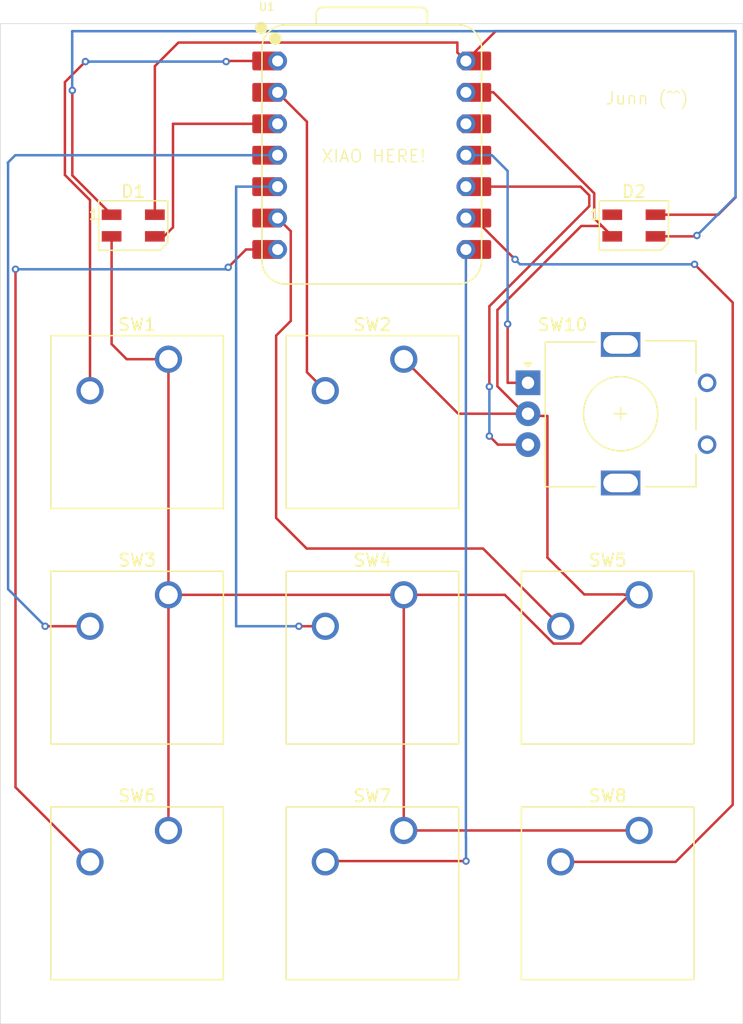
<source format=kicad_pcb>
(kicad_pcb (version 20241229) (generator "pcbnew") (generator_version "9.0")
  (title_block (title "Jun's Macropad") (date "2025-12-24") (company "Jun"))
  (layers (0 "F.Cu" signal) (2 "B.Cu" signal) (13 "F.Paste" user) (15 "B.Paste" user) (5 "F.SilkS" user "F.Silkscreen") (7 "B.SilkS" user "B.Silkscreen") (1 "F.Mask" user) (3 "B.Mask" user) (25 "Edge.Cuts" user))
  (net 0 "")
  (net 1 "Net-(D1-VSS)")
  (net 2 "Net-(D1-DOUT)")
  (net 3 "Net-(D1-DIN)")
  (net 4 "+5V")
  (net 6 "Net-(U1-GPIO27{slash}ADC1{slash}A1)")
  (net 7 "Net-(U1-GPIO26{slash}ADC0{slash}A0)")
  (net 8 "Net-(U1-GPIO29{slash}ADC3{slash}A3)")
  (net 9 "Net-(U1-GPIO6{slash}SDA)")
  (net 10 "Net-(U1-GPIO7{slash}SCL)")
  (net 11 "Net-(U1-GPIO0{slash}TX)")
  (net 12 "Net-(U1-GPIO1{slash}RX)")
  (net 13 "Net-(U1-GPIO2{slash}SCK)")
  (net 14 "Net-(U1-GPIO3{slash}MOSI)")
  (net 15 "Net-(U1-GPIO4{slash}MISO)")
  (footprint "Button_Switch_Keyboard:SW_Cherry_MX_1.00u_PCB" (layer "F.Cu") (at 127.35 85.29)
    (property "Reference" "SW1" (at -2.54 -2.794 0) (layer "F.SilkS"))
    (property "Value" "SW_Push")
    (fp_line (start -9.525 -1.905) (end 4.445 -1.905) (stroke (width 0.12)) (layer "F.SilkS"))
    (fp_line (start -9.525 12.065) (end -9.525 -1.905) (stroke (width 0.12)) (layer "F.SilkS"))
    (fp_line (start 4.445 -1.905) (end 4.445 12.065) (stroke (width 0.12)) (layer "F.SilkS"))
    (fp_line (start 4.445 12.065) (end -9.525 12.065) (stroke (width 0.12)) (layer "F.SilkS"))
    (pad "" np_thru_hole circle (at -7.62 5.08) (size 1.7 1.7) (drill 1.7) (layers "*.Cu" "*.Mask"))
    (pad "" np_thru_hole circle (at -2.54 5.08) (size 4 4) (drill 4) (layers "*.Cu" "*.Mask"))
    (pad "" np_thru_hole circle (at 2.54 5.08) (size 1.7 1.7) (drill 1.7) (layers "*.Cu" "*.Mask"))
    (pad "1" thru_hole circle (at 0 0) (size 2.2 2.2) (drill 1.5) (layers "*.Cu" "*.Mask") (net 1 "Net-(D1-VSS)"))
    (pad "2" thru_hole circle (at -6.35 2.54) (size 2.2 2.2) (drill 1.5) (layers "*.Cu" "*.Mask") (net 7 "Net-(U1-GPIO26{slash}ADC0{slash}A0)"))
  )
  (footprint "XIAO_Series_Library:XIAO-RP2040-DIP" (layer "F.Cu") (at 143.80875 68.7975)
    (property "Reference" "U1" (at -8.5 -12 0) (layer "F.SilkS") (effects (font (size 0.635 0.635) (thickness 0.1016))))
    (property "Value" "XIAO-RP2040-DIP")
    (fp_line (start -8.89 8.509) (end -8.89 -8.636) (stroke (width 0.127)) (layer "F.SilkS"))
    (fp_line (start -6.985 10.414) (end 6.985 10.414) (stroke (width 0.127)) (layer "F.SilkS"))
    (fp_line (start -4.495 -10.541) (end -4.491272 -11.451272) (stroke (width 0.127)) (layer "F.SilkS"))
    (fp_line (start -3.991272 -11.951) (end 4.004 -11.951) (stroke (width 0.127)) (layer "F.SilkS"))
    (fp_line (start 4.504 -11.451) (end 4.504 -10.541) (stroke (width 0.127)) (layer "F.SilkS"))
    (fp_line (start 6.985 -10.541) (end -6.985 -10.541) (stroke (width 0.1)) (layer "F.SilkS"))
    (fp_line (start 6.985 -10.541) (end -6.985 -10.541) (stroke (width 0.127)) (layer "F.SilkS"))
    (fp_line (start 8.89 8.509) (end 8.89 -8.636) (stroke (width 0.127)) (layer "F.SilkS"))
    (fp_arc (start -8.89 -8.636) (mid -8.332038 -9.983038) (end -6.985 -10.541) (stroke (width 0.127)) (layer "F.SilkS"))
    (fp_arc (start -6.985 10.414) (mid -8.332038 9.856038) (end -8.89 8.509) (stroke (width 0.127)) (layer "F.SilkS"))
    (fp_arc (start -4.491272 -11.451272) (mid -4.344728 -11.80464) (end -3.991272 -11.951) (stroke (width 0.127)) (layer "F.SilkS"))
    (fp_arc (start 4.004 -11.951) (mid 4.357553 -11.804553) (end 4.504 -11.451) (stroke (width 0.127)) (layer "F.SilkS"))
    (fp_arc (start 6.985 -10.541) (mid 8.332038 -9.983038) (end 8.89 -8.636) (stroke (width 0.127)) (layer "F.SilkS"))
    (fp_arc (start 8.89 8.509) (mid 8.332038 9.856038) (end 6.985 10.414) (stroke (width 0.127)) (layer "F.SilkS"))
    (fp_circle (center -8.95 -10.3) (end -8.95 -10.554) (stroke (width 0.5)) (fill yes) (layer "F.SilkS"))
    (fp_circle (center -7.807 -9.42) (end -7.807 -9.674) (stroke (width 0.5)) (fill yes) (layer "F.SilkS"))
    (pad "1" smd roundrect (at -8.455 -7.62 180) (size 2.432 1.524) (layers "F.Cu" "F.Mask") (roundrect_rratio 0.1) (net 7 "Net-(U1-GPIO26{slash}ADC0{slash}A0)"))
    (pad "1" thru_hole circle (at -7.62 -7.62 180) (size 1.524 1.524) (drill 0.889) (layers "*.Cu" "*.Mask") (net 7 "Net-(U1-GPIO26{slash}ADC0{slash}A0)"))
    (pad "2" smd roundrect (at -8.455 -5.08 180) (size 2.432 1.524) (layers "F.Cu" "F.Mask") (roundrect_rratio 0.1) (net 6 "Net-(U1-GPIO27{slash}ADC1{slash}A1)"))
    (pad "2" thru_hole circle (at -7.62 -5.08 180) (size 1.524 1.524) (drill 0.889) (layers "*.Cu" "*.Mask") (net 6 "Net-(U1-GPIO27{slash}ADC1{slash}A1)"))
    (pad "3" smd roundrect (at -8.455 -2.54 180) (size 2.432 1.524) (layers "F.Cu" "F.Mask") (roundrect_rratio 0.1) (net 3 "Net-(D1-DIN)"))
    (pad "3" thru_hole circle (at -7.62 -2.54 180) (size 1.524 1.524) (drill 0.889) (layers "*.Cu" "*.Mask") (net 3 "Net-(D1-DIN)"))
    (pad "4" smd roundrect (at -8.455 0 180) (size 2.432 1.524) (layers "F.Cu" "F.Mask") (roundrect_rratio 0.1) (net 8 "Net-(U1-GPIO29{slash}ADC3{slash}A3)"))
    (pad "4" thru_hole circle (at -7.62 0 180) (size 1.524 1.524) (drill 0.889) (layers "*.Cu" "*.Mask") (net 8 "Net-(U1-GPIO29{slash}ADC3{slash}A3)"))
    (pad "5" smd roundrect (at -8.455 2.54 180) (size 2.432 1.524) (layers "F.Cu" "F.Mask") (roundrect_rratio 0.1) (net 9 "Net-(U1-GPIO6{slash}SDA)"))
    (pad "5" thru_hole circle (at -7.62 2.54 180) (size 1.524 1.524) (drill 0.889) (layers "*.Cu" "*.Mask") (net 9 "Net-(U1-GPIO6{slash}SDA)"))
    (pad "6" smd roundrect (at -8.455 5.08 180) (size 2.432 1.524) (layers "F.Cu" "F.Mask") (roundrect_rratio 0.1) (net 10 "Net-(U1-GPIO7{slash}SCL)"))
    (pad "6" thru_hole circle (at -7.62 5.08 180) (size 1.524 1.524) (drill 0.889) (layers "*.Cu" "*.Mask") (net 10 "Net-(U1-GPIO7{slash}SCL)"))
    (pad "7" smd roundrect (at -8.455 7.62 180) (size 2.432 1.524) (layers "F.Cu" "F.Mask") (roundrect_rratio 0.1) (net 11 "Net-(U1-GPIO0{slash}TX)"))
    (pad "7" thru_hole circle (at -7.62 7.62 180) (size 1.524 1.524) (drill 0.889) (layers "*.Cu" "*.Mask") (net 11 "Net-(U1-GPIO0{slash}TX)"))
    (pad "8" thru_hole circle (at 7.62 7.62) (size 1.524 1.524) (drill 0.889) (layers "*.Cu" "*.Mask") (net 12 "Net-(U1-GPIO1{slash}RX)"))
    (pad "8" smd roundrect (at 8.455 7.62) (size 2.432 1.524) (layers "F.Cu" "F.Mask") (roundrect_rratio 0.1) (net 12 "Net-(U1-GPIO1{slash}RX)"))
    (pad "9" thru_hole circle (at 7.62 5.08) (size 1.524 1.524) (drill 0.889) (layers "*.Cu" "*.Mask") (net 13 "Net-(U1-GPIO2{slash}SCK)"))
    (pad "9" smd roundrect (at 8.455 5.08) (size 2.432 1.524) (layers "F.Cu" "F.Mask") (roundrect_rratio 0.1) (net 13 "Net-(U1-GPIO2{slash}SCK)"))
    (pad "10" thru_hole circle (at 7.62 2.54) (size 1.524 1.524) (drill 0.889) (layers "*.Cu" "*.Mask") (net 15 "Net-(U1-GPIO4{slash}MISO)"))
    (pad "10" smd roundrect (at 8.455 2.54) (size 2.432 1.524) (layers "F.Cu" "F.Mask") (roundrect_rratio 0.1) (net 15 "Net-(U1-GPIO4{slash}MISO)"))
    (pad "11" thru_hole circle (at 7.62 0) (size 1.524 1.524) (drill 0.889) (layers "*.Cu" "*.Mask") (net 14 "Net-(U1-GPIO3{slash}MOSI)"))
    (pad "11" smd roundrect (at 8.455 0) (size 2.432 1.524) (layers "F.Cu" "F.Mask") (roundrect_rratio 0.1) (net 14 "Net-(U1-GPIO3{slash}MOSI)"))
    (pad "12" thru_hole circle (at 7.62 -2.54) (size 1.524 1.524) (drill 0.889) (layers "*.Cu" "*.Mask"))
    (pad "12" smd roundrect (at 8.455 -2.54) (size 2.432 1.524) (layers "F.Cu" "F.Mask") (roundrect_rratio 0.1))
    (pad "13" thru_hole circle (at 7.62 -5.08) (size 1.524 1.524) (drill 0.889) (layers "*.Cu" "*.Mask") (net 1 "Net-(D1-VSS)"))
    (pad "13" smd roundrect (at 8.455 -5.08) (size 2.432 1.524) (layers "F.Cu" "F.Mask") (roundrect_rratio 0.1) (net 1 "Net-(D1-VSS)"))
    (pad "14" thru_hole circle (at 7.62 -7.62) (size 1.524 1.524) (drill 0.889) (layers "*.Cu" "*.Mask") (net 4 "+5V"))
    (pad "14" smd roundrect (at 8.455 -7.62) (size 2.432 1.524) (layers "F.Cu" "F.Mask") (roundrect_rratio 0.1) (net 4 "+5V"))
  )
  (footprint "Rotary_Encoder:RotaryEncoder_Alps_EC11E_Vertical_H20mm" (layer "F.Cu") (at 156.45375 87.1975)
    (property "Reference" "SW10" (at 2.8 -4.7 0) (layer "F.SilkS"))
    (property "Value" "RotaryEncoder")
    (fp_line (start -0.3 -1.6) (end 0.3 -1.6) (stroke (width 0.12)) (layer "F.SilkS"))
    (fp_line (start 0 -1.3) (end -0.3 -1.6) (stroke (width 0.12)) (layer "F.SilkS"))
    (fp_line (start 0.3 -1.6) (end 0 -1.3) (stroke (width 0.12)) (layer "F.SilkS"))
    (fp_line (start 1.4 -3.3) (end 1.4 8.4) (stroke (width 0.12)) (layer "F.SilkS"))
    (fp_line (start 5.5 -3.3) (end 1.4 -3.3) (stroke (width 0.12)) (layer "F.SilkS"))
    (fp_line (start 5.5 8.4) (end 1.4 8.4) (stroke (width 0.12)) (layer "F.SilkS"))
    (fp_line (start 7 2.5) (end 8 2.5) (stroke (width 0.12)) (layer "F.SilkS"))
    (fp_line (start 7.5 2) (end 7.5 3) (stroke (width 0.12)) (layer "F.SilkS"))
    (fp_line (start 9.5 -3.4) (end 13.6 -3.4) (stroke (width 0.12)) (layer "F.SilkS"))
    (fp_line (start 13.6 -3.4) (end 13.6 -0.8) (stroke (width 0.12)) (layer "F.SilkS"))
    (fp_line (start 13.6 1.2) (end 13.6 3.8) (stroke (width 0.12)) (layer "F.SilkS"))
    (fp_line (start 13.6 5.8) (end 13.6 8.4) (stroke (width 0.12)) (layer "F.SilkS"))
    (fp_line (start 13.6 8.4) (end 9.5 8.4) (stroke (width 0.12)) (layer "F.SilkS"))
    (fp_circle (center 7.5 2.5) (end 10.5 2.5) (stroke (width 0.12)) (fill no) (layer "F.SilkS"))
    (pad "" thru_hole circle (at 14.5 0) (size 1.5 1.5) (drill 1) (layers "*.Cu" "*.Mask"))
    (pad "" thru_hole circle (at 14.5 5) (size 1.5 1.5) (drill 1) (layers "*.Cu" "*.Mask"))
    (pad "A" thru_hole rect (at 0 0) (size 2 2) (drill 1) (layers "*.Cu" "*.Mask") (net 14 "Net-(U1-GPIO3{slash}MOSI)"))
    (pad "B" thru_hole circle (at 0 5) (size 2 2) (drill 1) (layers "*.Cu" "*.Mask") (net 15 "Net-(U1-GPIO4{slash}MISO)"))
    (pad "C" thru_hole circle (at 0 2.5) (size 2 2) (drill 1) (layers "*.Cu" "*.Mask") (net 1 "Net-(D1-VSS)"))
    (pad "MP" thru_hole rect (at 7.5 -3.1) (size 3.2 2) (drill oval 2.8 1.5) (layers "*.Cu" "*.Mask"))
    (pad "MP" thru_hole rect (at 7.5 8.1) (size 3.2 2) (drill oval 2.8 1.5) (layers "*.Cu" "*.Mask"))
  )
  (footprint "LED_SMD:LED_SK6812MINI_PLCC4_3.5x3.5mm_P1.75mm" (layer "F.Cu") (at 124.49875 74.4825)
    (property "Reference" "D1" (at 0 -2.75 0) (layer "F.SilkS"))
    (property "Value" "SK6812MINI")
    (fp_line (start -2.8 -2) (end -2.8 2) (stroke (width 0.12)) (layer "F.SilkS"))
    (fp_line (start -2.8 -2) (end 2.8 -2) (stroke (width 0.12)) (layer "F.SilkS"))
    (fp_line (start -2.8 2) (end 2.2 2) (stroke (width 0.12)) (layer "F.SilkS"))
    (fp_line (start 2.8 1.4) (end 2.2 2) (stroke (width 0.12)) (layer "F.SilkS"))
    (fp_line (start 2.8 1.4) (end 2.8 -2) (stroke (width 0.12)) (layer "F.SilkS"))
    (fp_text user "1" (at -3.2 -0.875 0) (layer "F.SilkS") (effects (font (size 0.8 0.8))))
    (pad "1" smd rect (at -1.75 -0.875) (size 1.6 0.85) (layers "F.Cu" "F.Mask" "F.Paste") (net 2 "Net-(D1-DOUT)"))
    (pad "2" smd rect (at -1.75 0.875) (size 1.6 0.85) (layers "F.Cu" "F.Mask" "F.Paste") (net 1 "Net-(D1-VSS)"))
    (pad "3" smd rect (at 1.75 0.875) (size 1.6 0.85) (layers "F.Cu" "F.Mask" "F.Paste") (net 3 "Net-(D1-DIN)"))
    (pad "4" smd rect (at 1.75 -0.875) (size 1.6 0.85) (layers "F.Cu" "F.Mask" "F.Paste") (net 4 "+5V"))
  )
  (footprint "Button_Switch_Keyboard:SW_Cherry_MX_1.00u_PCB" (layer "F.Cu") (at 146.4 104.34)
    (property "Reference" "SW4" (at -2.54 -2.794 0) (layer "F.SilkS"))
    (property "Value" "SW_Push")
    (fp_line (start -9.525 -1.905) (end 4.445 -1.905) (stroke (width 0.12)) (layer "F.SilkS"))
    (fp_line (start -9.525 12.065) (end -9.525 -1.905) (stroke (width 0.12)) (layer "F.SilkS"))
    (fp_line (start 4.445 -1.905) (end 4.445 12.065) (stroke (width 0.12)) (layer "F.SilkS"))
    (fp_line (start 4.445 12.065) (end -9.525 12.065) (stroke (width 0.12)) (layer "F.SilkS"))
    (pad "" np_thru_hole circle (at -7.62 5.08) (size 1.7 1.7) (drill 1.7) (layers "*.Cu" "*.Mask"))
    (pad "" np_thru_hole circle (at -2.54 5.08) (size 4 4) (drill 4) (layers "*.Cu" "*.Mask"))
    (pad "" np_thru_hole circle (at 2.54 5.08) (size 1.7 1.7) (drill 1.7) (layers "*.Cu" "*.Mask"))
    (pad "1" thru_hole circle (at 0 0) (size 2.2 2.2) (drill 1.5) (layers "*.Cu" "*.Mask") (net 1 "Net-(D1-VSS)"))
    (pad "2" thru_hole circle (at -6.35 2.54) (size 2.2 2.2) (drill 1.5) (layers "*.Cu" "*.Mask") (net 9 "Net-(U1-GPIO6{slash}SDA)"))
  )
  (footprint "LED_SMD:LED_SK6812MINI_PLCC4_3.5x3.5mm_P1.75mm" (layer "F.Cu") (at 165.02875 74.4825)
    (property "Reference" "D2" (at 0 -2.75 0) (layer "F.SilkS"))
    (property "Value" "SK6812MINI")
    (fp_line (start -2.8 -2) (end -2.8 2) (stroke (width 0.12)) (layer "F.SilkS"))
    (fp_line (start -2.8 -2) (end 2.8 -2) (stroke (width 0.12)) (layer "F.SilkS"))
    (fp_line (start -2.8 2) (end 2.2 2) (stroke (width 0.12)) (layer "F.SilkS"))
    (fp_line (start 2.8 1.4) (end 2.2 2) (stroke (width 0.12)) (layer "F.SilkS"))
    (fp_line (start 2.8 1.4) (end 2.8 -2) (stroke (width 0.12)) (layer "F.SilkS"))
    (fp_text user "1" (at -3.2 -0.875 0) (layer "F.SilkS") (effects (font (size 0.8 0.8))))
    (pad "1" smd rect (at -1.75 -0.875) (size 1.6 0.85) (layers "F.Cu" "F.Mask" "F.Paste"))
    (pad "2" smd rect (at -1.75 0.875) (size 1.6 0.85) (layers "F.Cu" "F.Mask" "F.Paste") (net 1 "Net-(D1-VSS)"))
    (pad "3" smd rect (at 1.75 0.875) (size 1.6 0.85) (layers "F.Cu" "F.Mask" "F.Paste") (net 2 "Net-(D1-DOUT)"))
    (pad "4" smd rect (at 1.75 -0.875) (size 1.6 0.85) (layers "F.Cu" "F.Mask" "F.Paste") (net 4 "+5V"))
  )
  (footprint "Button_Switch_Keyboard:SW_Cherry_MX_1.00u_PCB" (layer "F.Cu") (at 146.4 123.39)
    (property "Reference" "SW7" (at -2.54 -2.794 0) (layer "F.SilkS"))
    (property "Value" "SW_Push")
    (fp_line (start -9.525 -1.905) (end 4.445 -1.905) (stroke (width 0.12)) (layer "F.SilkS"))
    (fp_line (start -9.525 12.065) (end -9.525 -1.905) (stroke (width 0.12)) (layer "F.SilkS"))
    (fp_line (start 4.445 -1.905) (end 4.445 12.065) (stroke (width 0.12)) (layer "F.SilkS"))
    (fp_line (start 4.445 12.065) (end -9.525 12.065) (stroke (width 0.12)) (layer "F.SilkS"))
    (pad "" np_thru_hole circle (at -7.62 5.08) (size 1.7 1.7) (drill 1.7) (layers "*.Cu" "*.Mask"))
    (pad "" np_thru_hole circle (at -2.54 5.08) (size 4 4) (drill 4) (layers "*.Cu" "*.Mask"))
    (pad "" np_thru_hole circle (at 2.54 5.08) (size 1.7 1.7) (drill 1.7) (layers "*.Cu" "*.Mask"))
    (pad "1" thru_hole circle (at 0 0) (size 2.2 2.2) (drill 1.5) (layers "*.Cu" "*.Mask") (net 1 "Net-(D1-VSS)"))
    (pad "2" thru_hole circle (at -6.35 2.54) (size 2.2 2.2) (drill 1.5) (layers "*.Cu" "*.Mask") (net 12 "Net-(U1-GPIO1{slash}RX)"))
  )
  (footprint "Button_Switch_Keyboard:SW_Cherry_MX_1.00u_PCB" (layer "F.Cu") (at 127.35 123.39)
    (property "Reference" "SW6" (at -2.54 -2.794 0) (layer "F.SilkS"))
    (property "Value" "SW_Push")
    (fp_line (start -9.525 -1.905) (end 4.445 -1.905) (stroke (width 0.12)) (layer "F.SilkS"))
    (fp_line (start -9.525 12.065) (end -9.525 -1.905) (stroke (width 0.12)) (layer "F.SilkS"))
    (fp_line (start 4.445 -1.905) (end 4.445 12.065) (stroke (width 0.12)) (layer "F.SilkS"))
    (fp_line (start 4.445 12.065) (end -9.525 12.065) (stroke (width 0.12)) (layer "F.SilkS"))
    (pad "" np_thru_hole circle (at -7.62 5.08) (size 1.7 1.7) (drill 1.7) (layers "*.Cu" "*.Mask"))
    (pad "" np_thru_hole circle (at -2.54 5.08) (size 4 4) (drill 4) (layers "*.Cu" "*.Mask"))
    (pad "" np_thru_hole circle (at 2.54 5.08) (size 1.7 1.7) (drill 1.7) (layers "*.Cu" "*.Mask"))
    (pad "1" thru_hole circle (at 0 0) (size 2.2 2.2) (drill 1.5) (layers "*.Cu" "*.Mask") (net 1 "Net-(D1-VSS)"))
    (pad "2" thru_hole circle (at -6.35 2.54) (size 2.2 2.2) (drill 1.5) (layers "*.Cu" "*.Mask") (net 11 "Net-(U1-GPIO0{slash}TX)"))
  )
  (footprint "Button_Switch_Keyboard:SW_Cherry_MX_1.00u_PCB" (layer "F.Cu") (at 146.4 85.29)
    (property "Reference" "SW2" (at -2.54 -2.794 0) (layer "F.SilkS"))
    (property "Value" "SW_Push")
    (fp_line (start -9.525 -1.905) (end 4.445 -1.905) (stroke (width 0.12)) (layer "F.SilkS"))
    (fp_line (start -9.525 12.065) (end -9.525 -1.905) (stroke (width 0.12)) (layer "F.SilkS"))
    (fp_line (start 4.445 -1.905) (end 4.445 12.065) (stroke (width 0.12)) (layer "F.SilkS"))
    (fp_line (start 4.445 12.065) (end -9.525 12.065) (stroke (width 0.12)) (layer "F.SilkS"))
    (pad "" np_thru_hole circle (at -7.62 5.08) (size 1.7 1.7) (drill 1.7) (layers "*.Cu" "*.Mask"))
    (pad "" np_thru_hole circle (at -2.54 5.08) (size 4 4) (drill 4) (layers "*.Cu" "*.Mask"))
    (pad "" np_thru_hole circle (at 2.54 5.08) (size 1.7 1.7) (drill 1.7) (layers "*.Cu" "*.Mask"))
    (pad "1" thru_hole circle (at 0 0) (size 2.2 2.2) (drill 1.5) (layers "*.Cu" "*.Mask") (net 1 "Net-(D1-VSS)"))
    (pad "2" thru_hole circle (at -6.35 2.54) (size 2.2 2.2) (drill 1.5) (layers "*.Cu" "*.Mask") (net 6 "Net-(U1-GPIO27{slash}ADC1{slash}A1)"))
  )
  (footprint "Button_Switch_Keyboard:SW_Cherry_MX_1.00u_PCB" (layer "F.Cu") (at 165.45 123.39)
    (property "Reference" "SW8" (at -2.54 -2.794 0) (layer "F.SilkS"))
    (property "Value" "SW_Push")
    (fp_line (start -9.525 -1.905) (end 4.445 -1.905) (stroke (width 0.12)) (layer "F.SilkS"))
    (fp_line (start -9.525 12.065) (end -9.525 -1.905) (stroke (width 0.12)) (layer "F.SilkS"))
    (fp_line (start 4.445 -1.905) (end 4.445 12.065) (stroke (width 0.12)) (layer "F.SilkS"))
    (fp_line (start 4.445 12.065) (end -9.525 12.065) (stroke (width 0.12)) (layer "F.SilkS"))
    (pad "" np_thru_hole circle (at -7.62 5.08) (size 1.7 1.7) (drill 1.7) (layers "*.Cu" "*.Mask"))
    (pad "" np_thru_hole circle (at -2.54 5.08) (size 4 4) (drill 4) (layers "*.Cu" "*.Mask"))
    (pad "" np_thru_hole circle (at 2.54 5.08) (size 1.7 1.7) (drill 1.7) (layers "*.Cu" "*.Mask"))
    (pad "1" thru_hole circle (at 0 0) (size 2.2 2.2) (drill 1.5) (layers "*.Cu" "*.Mask") (net 1 "Net-(D1-VSS)"))
    (pad "2" thru_hole circle (at -6.35 2.54) (size 2.2 2.2) (drill 1.5) (layers "*.Cu" "*.Mask") (net 13 "Net-(U1-GPIO2{slash}SCK)"))
  )
  (footprint "Button_Switch_Keyboard:SW_Cherry_MX_1.00u_PCB" (layer "F.Cu") (at 127.35 104.34)
    (property "Reference" "SW3" (at -2.54 -2.794 0) (layer "F.SilkS"))
    (property "Value" "SW_Push")
    (fp_line (start -9.525 -1.905) (end 4.445 -1.905) (stroke (width 0.12)) (layer "F.SilkS"))
    (fp_line (start -9.525 12.065) (end -9.525 -1.905) (stroke (width 0.12)) (layer "F.SilkS"))
    (fp_line (start 4.445 -1.905) (end 4.445 12.065) (stroke (width 0.12)) (layer "F.SilkS"))
    (fp_line (start 4.445 12.065) (end -9.525 12.065) (stroke (width 0.12)) (layer "F.SilkS"))
    (pad "" np_thru_hole circle (at -7.62 5.08) (size 1.7 1.7) (drill 1.7) (layers "*.Cu" "*.Mask"))
    (pad "" np_thru_hole circle (at -2.54 5.08) (size 4 4) (drill 4) (layers "*.Cu" "*.Mask"))
    (pad "" np_thru_hole circle (at 2.54 5.08) (size 1.7 1.7) (drill 1.7) (layers "*.Cu" "*.Mask"))
    (pad "1" thru_hole circle (at 0 0) (size 2.2 2.2) (drill 1.5) (layers "*.Cu" "*.Mask") (net 1 "Net-(D1-VSS)"))
    (pad "2" thru_hole circle (at -6.35 2.54) (size 2.2 2.2) (drill 1.5) (layers "*.Cu" "*.Mask") (net 8 "Net-(U1-GPIO29{slash}ADC3{slash}A3)"))
  )
  (footprint "Button_Switch_Keyboard:SW_Cherry_MX_1.00u_PCB" (layer "F.Cu") (at 165.45 104.34)
    (property "Reference" "SW5" (at -2.54 -2.794 0) (layer "F.SilkS"))
    (property "Value" "SW_Push")
    (fp_line (start -9.525 -1.905) (end 4.445 -1.905) (stroke (width 0.12)) (layer "F.SilkS"))
    (fp_line (start -9.525 12.065) (end -9.525 -1.905) (stroke (width 0.12)) (layer "F.SilkS"))
    (fp_line (start 4.445 -1.905) (end 4.445 12.065) (stroke (width 0.12)) (layer "F.SilkS"))
    (fp_line (start 4.445 12.065) (end -9.525 12.065) (stroke (width 0.12)) (layer "F.SilkS"))
    (pad "" np_thru_hole circle (at -7.62 5.08) (size 1.7 1.7) (drill 1.7) (layers "*.Cu" "*.Mask"))
    (pad "" np_thru_hole circle (at -2.54 5.08) (size 4 4) (drill 4) (layers "*.Cu" "*.Mask"))
    (pad "" np_thru_hole circle (at 2.54 5.08) (size 1.7 1.7) (drill 1.7) (layers "*.Cu" "*.Mask"))
    (pad "1" thru_hole circle (at 0 0) (size 2.2 2.2) (drill 1.5) (layers "*.Cu" "*.Mask") (net 1 "Net-(D1-VSS)"))
    (pad "2" thru_hole circle (at -6.35 2.54) (size 2.2 2.2) (drill 1.5) (layers "*.Cu" "*.Mask") (net 10 "Net-(U1-GPIO7{slash}SCL)"))
  )
  (gr_rect (start 113.73875 58.1575) (end 173.85875 139.0275) (stroke (width 0.05)) (fill no) (layer "Edge.Cuts"))
  (gr_text "XIAO HERE!" (at 139.66875 69.4575 0) (layer "F.SilkS") (effects (font (size 1 1) (thickness 0.1)) (justify left bottom)))
  (gr_text "Junn (^^)" (at 162.67875 64.7775 0) (layer "F.SilkS") (effects (font (size 1 1) (thickness 0.1)) (justify left bottom)))
  (segment (start 127.35 104.34) (end 127.35 85.29) (width 0.2) (layer "F.Cu") (net 1))
  (segment (start 152.27375 63.7075) (end 152.26375 63.7175) (width 0.2) (layer "F.Cu") (net 1))
  (segment (start 146.4 85.29) (end 150.8075 89.6975) (width 0.2) (layer "F.Cu") (net 1))
  (segment (start 160.76875 74.5175) (end 153.97875 81.3075) (width 0.2) (layer "F.Cu") (net 1))
  (segment (start 152.26375 63.7175) (end 151.42875 63.7175) (width 0.2) (layer "F.Cu") (net 1))
  (segment (start 161.00875 104.3075) (end 164.23875 104.3075) (width 0.2) (layer "F.Cu") (net 1))
  (segment (start 123.96625 85.29) (end 123.81875 85.1425) (width 0.2) (layer "F.Cu") (net 1))
  (segment (start 146.4 123.39) (end 146.4 104.34) (width 0.2) (layer "F.Cu") (net 1))
  (segment (start 161.81875 73.8975) (end 161.81875 71.8775) (width 0.2) (layer "F.Cu") (net 1))
  (segment (start 122.74875 84.0675) (end 122.74875 75.3575) (width 0.2) (layer "F.Cu") (net 1))
  (segment (start 164.665184 104.34) (end 165.45 104.34) (width 0.2) (layer "F.Cu") (net 1))
  (segment (start 162.43875 74.5175) (end 160.76875 74.5175) (width 0.2) (layer "F.Cu") (net 1))
  (segment (start 158.02875 89.8775) (end 156.63375 89.8775) (width 0.2) (layer "F.Cu") (net 1))
  (segment (start 164.23875 104.3075) (end 164.27125 104.34) (width 0.2) (layer "F.Cu") (net 1))
  (segment (start 158.519686 108.281) (end 160.724184 108.281) (width 0.2) (layer "F.Cu") (net 1))
  (segment (start 123.81875 85.1375) (end 122.74875 84.0675) (width 0.2) (layer "F.Cu") (net 1))
  (segment (start 150.8075 89.6975) (end 156.45375 89.6975) (width 0.2) (layer "F.Cu") (net 1))
  (segment (start 158.02875 101.3275) (end 161.00875 104.3075) (width 0.2) (layer "F.Cu") (net 1))
  (segment (start 154.578686 104.34) (end 158.519686 108.281) (width 0.2) (layer "F.Cu") (net 1))
  (segment (start 163.27875 75.3575) (end 161.81875 73.8975) (width 0.2) (layer "F.Cu") (net 1))
  (segment (start 158.02875 101.3275) (end 158.02875 89.8775) (width 0.2) (layer "F.Cu") (net 1))
  (segment (start 163.27875 75.3575) (end 162.43875 74.5175) (width 0.2) (layer "F.Cu") (net 1))
  (segment (start 161.81875 71.8775) (end 153.64875 63.7075) (width 0.2) (layer "F.Cu") (net 1))
  (segment (start 160.724184 108.281) (end 164.665184 104.34) (width 0.2) (layer "F.Cu") (net 1))
  (segment (start 146.4 104.34) (end 154.578686 104.34) (width 0.2) (layer "F.Cu") (net 1))
  (segment (start 146.4 104.34) (end 127.35 104.34) (width 0.2) (layer "F.Cu") (net 1))
  (segment (start 127.35 104.34) (end 127.35 123.39) (width 0.2) (layer "F.Cu") (net 1))
  (segment (start 146.4 123.39) (end 165.45 123.39) (width 0.2) (layer "F.Cu") (net 1))
  (segment (start 153.97875 81.3075) (end 153.97875 87.4775) (width 0.2) (layer "F.Cu") (net 1))
  (segment (start 156.19875 89.6975) (end 156.45375 89.6975) (width 0.2) (layer "F.Cu") (net 1))
  (segment (start 153.64875 63.7075) (end 152.27375 63.7075) (width 0.2) (layer "F.Cu") (net 1))
  (segment (start 123.81875 85.1425) (end 123.81875 85.1375) (width 0.2) (layer "F.Cu") (net 1))
  (segment (start 164.27125 104.34) (end 165.45 104.34) (width 0.2) (layer "F.Cu") (net 1))
  (segment (start 127.35 85.29) (end 123.96625 85.29) (width 0.2) (layer "F.Cu") (net 1))
  (segment (start 156.63375 89.8775) (end 156.45375 89.6975) (width 0.2) (layer "F.Cu") (net 1))
  (segment (start 153.97875 87.4775) (end 156.19875 89.6975) (width 0.2) (layer "F.Cu") (net 1))
  (segment (start 170.05875 75.3575) (end 166.77875 75.3575) (width 0.2) (layer "F.Cu") (net 2))
  (segment (start 119.56775 70.4265) (end 122.74875 73.6075) (width 0.2) (layer "F.Cu") (net 2))
  (segment (start 170.12875 75.2875) (end 170.05875 75.3575) (width 0.2) (layer "F.Cu") (net 2))
  (segment (start 119.56775 63.5575) (end 119.56775 70.4265) (width 0.2) (layer "F.Cu") (net 2))
  (via (at 170.12875 75.2875) (size 0.6) (drill 0.3) (layers "F.Cu" "B.Cu") (net 2))
  (via (at 119.56775 63.5575) (size 0.6) (drill 0.3) (layers "F.Cu" "B.Cu") (net 2))
  (segment (start 119.55875 63.5485) (end 119.55875 58.7685) (width 0.2) (layer "B.Cu") (net 2))
  (segment (start 173.25775 58.7685) (end 173.25775 72.1585) (width 0.2) (layer "B.Cu") (net 2))
  (segment (start 119.56775 63.5575) (end 119.55875 63.5485) (width 0.2) (layer "B.Cu") (net 2))
  (segment (start 173.25775 72.1585) (end 170.12875 75.2875) (width 0.2) (layer "B.Cu") (net 2))
  (segment (start 119.55875 58.7685) (end 173.25775 58.7685) (width 0.2) (layer "B.Cu") (net 2))
  (segment (start 126.24875 75.3575) (end 126.98875 75.3575) (width 0.2) (layer "F.Cu") (net 3))
  (segment (start 126.98875 75.3575) (end 127.71875 74.6275) (width 0.2) (layer "F.Cu") (net 3))
  (segment (start 127.71875 74.6275) (end 127.71875 66.2575) (width 0.2) (layer "F.Cu") (net 3))
  (segment (start 127.71875 66.2575) (end 136.18875 66.2575) (width 0.2) (layer "F.Cu") (net 3))
  (segment (start 150.73875 60.4875) (end 151.42875 61.1775) (width 0.2) (layer "F.Cu") (net 4))
  (segment (start 173.25775 72.2085) (end 171.85875 73.6075) (width 0.2) (layer "F.Cu") (net 4))
  (segment (start 153.83775 58.7685) (end 173.25775 58.7685) (width 0.2) (layer "F.Cu") (net 4))
  (segment (start 151.42875 61.1775) (end 153.83775 58.7685) (width 0.2) (layer "F.Cu") (net 4))
  (segment (start 128.158807 59.6875) (end 150.73875 59.6875) (width 0.2) (layer "F.Cu") (net 4))
  (segment (start 126.24875 73.6075) (end 126.24875 61.597557) (width 0.2) (layer "F.Cu") (net 4))
  (segment (start 150.73875 59.6875) (end 150.73875 60.4875) (width 0.2) (layer "F.Cu") (net 4))
  (segment (start 171.85875 73.6075) (end 166.77875 73.6075) (width 0.2) (layer "F.Cu") (net 4))
  (segment (start 173.25775 58.7685) (end 173.25775 72.2085) (width 0.2) (layer "F.Cu") (net 4))
  (segment (start 126.24875 61.597557) (end 128.158807 59.6875) (width 0.2) (layer "F.Cu") (net 4))
  (segment (start 138.55875 86.33875) (end 138.55875 66.0875) (width 0.2) (layer "F.Cu") (net 6))
  (segment (start 140.05 87.83) (end 138.55875 86.33875) (width 0.2) (layer "F.Cu") (net 6))
  (segment (start 138.55875 66.0875) (end 136.18875 63.7175) (width 0.2) (layer "F.Cu") (net 6))
  (segment (start 132.01875 61.2275) (end 132.17875 61.2275) (width 0.2) (layer "F.Cu") (net 7))
  (segment (start 135.61875 61.2075) (end 135.61875 60.6075) (width 0.2) (layer "F.Cu") (net 7))
  (segment (start 120.62875 61.2275) (end 118.96775 62.8885) (width 0.2) (layer "F.Cu") (net 7))
  (segment (start 135.61875 60.6075) (end 136.18875 61.1775) (width 0.2) (layer "F.Cu") (net 7))
  (segment (start 121 72.42585) (end 121 87.83) (width 0.2) (layer "F.Cu") (net 7))
  (segment (start 118.96775 70.3936) (end 121 72.42585) (width 0.2) (layer "F.Cu") (net 7))
  (segment (start 118.96775 62.8885) (end 118.96775 70.3936) (width 0.2) (layer "F.Cu") (net 7))
  (segment (start 132.22875 61.1775) (end 136.18875 61.1775) (width 0.2) (layer "F.Cu") (net 7))
  (segment (start 132.17875 61.2275) (end 132.22875 61.1775) (width 0.2) (layer "F.Cu") (net 7))
  (via (at 132.01875 61.2275) (size 0.6) (drill 0.3) (layers "F.Cu" "B.Cu") (net 7))
  (via (at 120.62875 61.2275) (size 0.6) (drill 0.3) (layers "F.Cu" "B.Cu") (net 7))
  (segment (start 120.65875 61.2575) (end 120.62875 61.2275) (width 0.2) (layer "B.Cu") (net 7))
  (segment (start 120.95875 61.2275) (end 120.92875 61.2575) (width 0.2) (layer "B.Cu") (net 7))
  (segment (start 120.92875 61.2575) (end 120.65875 61.2575) (width 0.2) (layer "B.Cu") (net 7))
  (segment (start 132.01875 61.2275) (end 120.95875 61.2275) (width 0.2) (layer "B.Cu") (net 7))
  (segment (start 117.36875 106.88) (end 121 106.88) (width 0.2) (layer "F.Cu") (net 8))
  (via (at 117.36875 106.88) (size 0.6) (drill 0.3) (layers "F.Cu" "B.Cu") (net 8))
  (segment (start 114.36875 103.88) (end 114.36875 69.4375) (width 0.2) (layer "B.Cu") (net 8))
  (segment (start 114.33875 69.4075) (end 114.94875 68.7975) (width 0.2) (layer "B.Cu") (net 8))
  (segment (start 114.36875 69.4375) (end 114.33875 69.4075) (width 0.2) (layer "B.Cu") (net 8))
  (segment (start 117.36875 106.88) (end 114.36875 103.88) (width 0.2) (layer "B.Cu") (net 8))
  (segment (start 114.94875 68.7975) (end 136.18875 68.7975) (width 0.2) (layer "B.Cu") (net 8))
  (segment (start 137.90875 106.88) (end 140.05 106.88) (width 0.2) (layer "F.Cu") (net 9))
  (via (at 137.90875 106.88) (size 0.6) (drill 0.3) (layers "F.Cu" "B.Cu") (net 9))
  (segment (start 137.90875 106.88) (end 132.82875 106.88) (width 0.2) (layer "B.Cu") (net 9))
  (segment (start 132.82875 71.3375) (end 136.18875 71.3375) (width 0.2) (layer "B.Cu") (net 9))
  (segment (start 132.82875 106.88) (end 132.82875 71.3375) (width 0.2) (layer "B.Cu") (net 9))
  (segment (start 138.53875 100.5975) (end 152.8175 100.5975) (width 0.2) (layer "F.Cu") (net 10))
  (segment (start 137.25175 74.9405) (end 137.25175 82.1945) (width 0.2) (layer "F.Cu") (net 10))
  (segment (start 136.06875 98.1275) (end 138.53875 100.5975) (width 0.2) (layer "F.Cu") (net 10))
  (segment (start 137.25175 82.1945) (end 136.06875 83.3775) (width 0.2) (layer "F.Cu") (net 10))
  (segment (start 152.8175 100.5975) (end 159.1 106.88) (width 0.2) (layer "F.Cu") (net 10))
  (segment (start 136.18875 73.8775) (end 137.25175 74.9405) (width 0.2) (layer "F.Cu") (net 10))
  (segment (start 136.06875 83.3775) (end 136.06875 98.1275) (width 0.2) (layer "F.Cu") (net 10))
  (segment (start 114.96875 119.89875) (end 114.96875 78.0175) (width 0.2) (layer "F.Cu") (net 11))
  (segment (start 132.18875 77.8575) (end 133.62875 76.4175) (width 0.2) (layer "F.Cu") (net 11))
  (segment (start 121 125.93) (end 114.96875 119.89875) (width 0.2) (layer "F.Cu") (net 11))
  (segment (start 133.62875 76.4175) (end 136.18875 76.4175) (width 0.2) (layer "F.Cu") (net 11))
  (via (at 114.96875 78.0175) (size 0.6) (drill 0.3) (layers "F.Cu" "B.Cu") (net 11))
  (via (at 132.18875 77.8575) (size 0.6) (drill 0.3) (layers "F.Cu" "B.Cu") (net 11))
  (segment (start 132.02875 78.0175) (end 132.18875 77.8575) (width 0.2) (layer "B.Cu") (net 11))
  (segment (start 114.96875 78.0175) (end 132.02875 78.0175) (width 0.2) (layer "B.Cu") (net 11))
  (segment (start 151.43875 125.8675) (end 140.1125 125.8675) (width 0.2) (layer "F.Cu") (net 12))
  (segment (start 140.1125 125.8675) (end 140.05 125.93) (width 0.2) (layer "F.Cu") (net 12))
  (via (at 151.43875 125.8675) (size 0.6) (drill 0.3) (layers "F.Cu" "B.Cu") (net 12))
  (segment (start 151.43875 125.8675) (end 151.43875 123.9875) (width 0.2) (layer "B.Cu") (net 12))
  (segment (start 151.42875 123.9775) (end 151.42875 76.4175) (width 0.2) (layer "B.Cu") (net 12))
  (segment (start 151.43875 123.9875) (end 151.42875 123.9775) (width 0.2) (layer "B.Cu") (net 12))
  (segment (start 173.02875 121.3075) (end 173.02875 81.6675) (width 0.2) (layer "F.Cu") (net 13))
  (segment (start 152.06775 73.8775) (end 151.42875 73.8775) (width 0.2) (layer "F.Cu") (net 13))
  (segment (start 173.02875 81.6675) (end 173.02875 80.7075) (width 0.2) (layer "F.Cu") (net 13))
  (segment (start 168.40625 125.93) (end 173.02875 121.3075) (width 0.2) (layer "F.Cu") (net 13))
  (segment (start 151.44875 73.8975) (end 151.42875 73.8775) (width 0.2) (layer "F.Cu") (net 13))
  (segment (start 159.1 125.93) (end 168.40625 125.93) (width 0.2) (layer "F.Cu") (net 13))
  (segment (start 155.40775 77.2175) (end 152.06775 73.8775) (width 0.2) (layer "F.Cu") (net 13))
  (segment (start 173.02875 80.7075) (end 169.93875 77.6175) (width 0.2) (layer "F.Cu") (net 13))
  (via (at 155.40775 77.2175) (size 0.6) (drill 0.3) (layers "F.Cu" "B.Cu") (net 13))
  (via (at 169.93875 77.6175) (size 0.6) (drill 0.3) (layers "F.Cu" "B.Cu") (net 13))
  (segment (start 155.80775 77.6175) (end 155.40775 77.2175) (width 0.2) (layer "B.Cu") (net 13))
  (segment (start 169.93875 77.6175) (end 155.80775 77.6175) (width 0.2) (layer "B.Cu") (net 13))
  (segment (start 154.80875 82.4475) (end 154.80875 87.1975) (width 0.2) (layer "F.Cu") (net 14))
  (segment (start 154.80875 87.1975) (end 156.45375 87.1975) (width 0.2) (layer "F.Cu") (net 14))
  (via (at 154.80875 82.4475) (size 0.6) (drill 0.3) (layers "F.Cu" "B.Cu") (net 14))
  (segment (start 151.42875 68.7975) (end 153.53775 68.7975) (width 0.2) (layer "B.Cu") (net 14))
  (segment (start 154.80775 79.2665) (end 154.80875 79.2675) (width 0.2) (layer "B.Cu") (net 14))
  (segment (start 154.80875 79.2675) (end 154.80875 82.4475) (width 0.2) (layer "B.Cu") (net 14))
  (segment (start 153.53775 68.7975) (end 154.80775 70.0675) (width 0.2) (layer "B.Cu") (net 14))
  (segment (start 154.80775 70.0675) (end 154.80775 79.2665) (width 0.2) (layer "B.Cu") (net 14))
  (segment (start 154.01875 92.1975) (end 153.32875 91.5075) (width 0.2) (layer "F.Cu") (net 15))
  (segment (start 153.32875 87.5075) (end 153.32875 81.0075) (width 0.2) (layer "F.Cu") (net 15))
  (segment (start 156.45375 92.1975) (end 154.01875 92.1975) (width 0.2) (layer "F.Cu") (net 15))
  (segment (start 153.32875 81.0075) (end 161.41775 72.9185) (width 0.2) (layer "F.Cu") (net 15))
  (segment (start 160.71165 71.3375) (end 151.42875 71.3375) (width 0.2) (layer "F.Cu") (net 15))
  (segment (start 161.41775 72.9185) (end 161.41775 72.0436) (width 0.2) (layer "F.Cu") (net 15))
  (segment (start 161.41775 72.0436) (end 160.71165 71.3375) (width 0.2) (layer "F.Cu") (net 15))
  (via (at 153.32875 87.5075) (size 0.6) (drill 0.3) (layers "F.Cu" "B.Cu") (net 15))
  (via (at 153.32875 91.5075) (size 0.6) (drill 0.3) (layers "F.Cu" "B.Cu") (net 15))
  (segment (start 153.32875 91.5075) (end 153.32875 87.5075) (width 0.2) (layer "B.Cu") (net 15))
)
</source>
